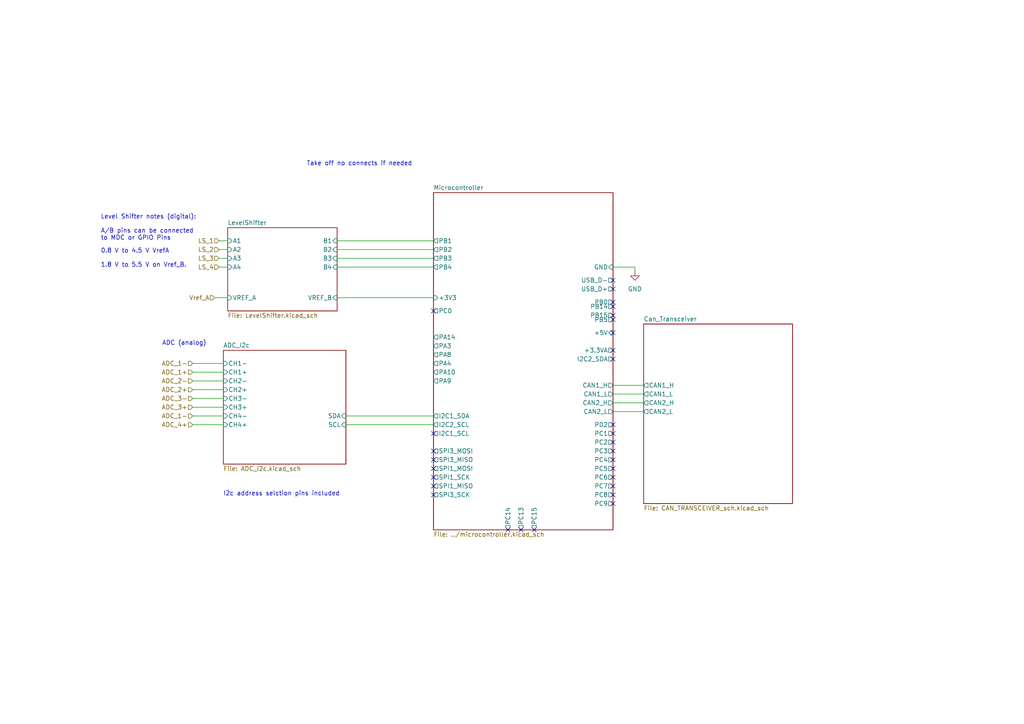
<source format=kicad_sch>
(kicad_sch (version 20211123) (generator eeschema)
  (paper "A4")
  (title_block (title "Telemtry Watchdog"))
  (lib_symbols
    (symbol "power:GND" (power) (pin_names (offset 0))
      (property "Value" "GND" (at 0 -3.81 0))
      (symbol "GND_0_1"
        (polyline (pts (xy 0 0) (xy 0 -1.27) (xy 1.27 -1.27) (xy 0 -2.54) (xy -1.27 -1.27) (xy 0 -1.27)))
      )
      (symbol "GND_1_1"
        (pin power_in line (at 0 0 270) (length 0) hide (name "GND") (number "1"))
      )
    )
  )
  (no_connect (at 177.8 135.89))
  (no_connect (at 177.8 138.43))
  (no_connect (at 177.8 140.97))
  (no_connect (at 177.8 143.51))
  (no_connect (at 177.8 146.05))
  (no_connect (at 177.8 123.19))
  (no_connect (at 177.8 125.73))
  (no_connect (at 177.8 128.27))
  (no_connect (at 177.8 130.81))
  (no_connect (at 177.8 133.35))
  (no_connect (at 177.8 83.82))
  (no_connect (at 177.8 87.63))
  (no_connect (at 177.8 81.28))
  (no_connect (at 177.8 88.9))
  (no_connect (at 177.8 91.44))
  (no_connect (at 177.8 92.71))
  (no_connect (at 177.8 96.52))
  (no_connect (at 177.8 101.6))
  (no_connect (at 177.8 104.14))
  (no_connect (at 147.32 153.67))
  (no_connect (at 151.13 153.67))
  (no_connect (at 154.94 153.67))
  (no_connect (at 125.73 125.73))
  (no_connect (at 125.73 130.81))
  (no_connect (at 125.73 138.43))
  (no_connect (at 125.73 135.89))
  (no_connect (at 125.73 133.35))
  (no_connect (at 125.73 140.97))
  (no_connect (at 125.73 143.51))
  (no_connect (at 125.73 90.17))
  (wire (pts (xy 63.5 72.39) (xy 66.04 72.39)))
  (wire (pts (xy 55.88 120.65) (xy 64.77 120.65)))
  (wire (pts (xy 55.88 115.57) (xy 64.77 115.57)))
  (wire (pts (xy 97.79 72.39) (xy 125.73 72.39)))
  (wire (pts (xy 177.8 116.84) (xy 186.69 116.84)))
  (wire (pts (xy 55.88 107.95) (xy 64.77 107.95)))
  (wire (pts (xy 177.8 111.76) (xy 186.69 111.76)))
  (wire (pts (xy 55.88 110.49) (xy 64.77 110.49)))
  (wire (pts (xy 184.15 77.47) (xy 177.8 77.47)))
  (wire (pts (xy 100.33 120.65) (xy 125.73 120.65)))
  (wire (pts (xy 177.8 119.38) (xy 186.69 119.38)))
  (wire (pts (xy 63.5 74.93) (xy 66.04 74.93)))
  (wire (pts (xy 177.8 114.3) (xy 186.69 114.3)))
  (wire (pts (xy 97.79 86.36) (xy 125.73 86.36)))
  (wire (pts (xy 55.88 118.11) (xy 64.77 118.11)))
  (wire (pts (xy 97.79 74.93) (xy 125.73 74.93)))
  (wire (pts (xy 63.5 77.47) (xy 66.04 77.47)))
  (wire (pts (xy 100.33 123.19) (xy 125.73 123.19)))
  (wire (pts (xy 55.88 105.41) (xy 64.77 105.41)))
  (wire (pts (xy 55.88 123.19) (xy 64.77 123.19)))
  (wire (pts (xy 184.15 78.74) (xy 184.15 77.47)))
  (wire (pts (xy 97.79 69.85) (xy 125.73 69.85)))
  (wire (pts (xy 55.88 113.03) (xy 64.77 113.03)))
  (wire (pts (xy 63.5 69.85) (xy 66.04 69.85)))
  (wire (pts (xy 62.23 86.36) (xy 66.04 86.36)))
  (wire (pts (xy 97.79 77.47) (xy 125.73 77.47)))
  (text "ADC (analog)" (at 46.99 100.33 0) (effects (font (size 1.27 1.27)) (justify left bottom)))
  (text "I2c address selction pins included\n\n" (at 64.77 146.05 0) (effects (font (size 1.27 1.27)) (justify left bottom)))
  (text "Take off no connects if needed\n" (at 88.9 48.26 0) (effects (font (size 1.27 1.27)) (justify left bottom)))
  (text "Level Shifter notes (digital):\n\nA/B pins can be connected\nto MDC or GPIO Pins" (at 29.21 69.85 0) (effects (font (size 1.27 1.27)) (justify left bottom)))
  (text "0.8 V to 4.5 V VrefA \n\n1.8 V to 5.5 V on Vref_B.\n\n\n\n" (at 29.21 83.82 0) (effects (font (size 1.27 1.27)) (justify left bottom)))
  (hierarchical_label "LS_1" (shape input) (at 63.5 69.85 180))
  (hierarchical_label "LS_4" (shape input) (at 63.5 77.47 180))
  (hierarchical_label "ADC_1+" (shape input) (at 55.88 107.95 180))
  (hierarchical_label "Vref_A" (shape input) (at 62.23 86.36 180))
  (hierarchical_label "ADC_3-" (shape input) (at 55.88 115.57 180))
  (hierarchical_label "ADC_2+" (shape input) (at 55.88 113.03 180))
  (hierarchical_label "LS_2" (shape input) (at 63.5 72.39 180))
  (hierarchical_label "ADC_1-" (shape input) (at 55.88 120.65 180))
  (hierarchical_label "ADC_4+" (shape input) (at 55.88 123.19 180))
  (hierarchical_label "ADC_3+" (shape input) (at 55.88 118.11 180))
  (hierarchical_label "ADC_2-" (shape input) (at 55.88 110.49 180))
  (hierarchical_label "ADC_1-" (shape input) (at 55.88 105.41 180))
  (hierarchical_label "LS_3" (shape input) (at 63.5 74.93 180))
  (symbol (lib_id "power:GND") (at 184.15 78.74 0) (unit 1)
    (property "Reference" "#PWR0110" (effects hide))
    (property "Value" "GND" (at 184.15 83.82 0))
  )
  (sheet (at 125.73 55.88) (size 52.07 97.79) (stroke (width 0.1524))
    (property "Sheet name" "Microcontroller" (at 125.73 55.1684 0) (effects (justify left bottom)))
    (property "Sheet file" "../microcontroller.kicad_sch" (at 125.73 154.2546 0) (effects (justify left top)))
    (pin "PC0" output (at 125.73 90.17 180))
    (pin "PC5" output (at 177.8 135.89 0))
    (pin "PA14" output (at 125.73 97.79 180))
    (pin "PA3" output (at 125.73 100.33 180))
    (pin "PA8" output (at 125.73 102.87 180))
    (pin "PA4" output (at 125.73 105.41 180))
    (pin "PA10" output (at 125.73 107.95 180))
    (pin "PA9" output (at 125.73 110.49 180))
    (pin "USB_D-" output (at 177.8 81.28 0))
    (pin "USB_D+" output (at 177.8 83.82 0))
    (pin "SPI1_MOSI" output (at 125.73 135.89 180))
    (pin "SPI1_SCK" output (at 125.73 138.43 180))
    (pin "SPI1_MISO" output (at 125.73 140.97 180))
    (pin "GND" input (at 177.8 77.47 0))
    (pin "CAN1_H" output (at 177.8 111.76 0))
    (pin "CAN1_L" output (at 177.8 114.3 0))
    (pin "CAN2_L" output (at 177.8 119.38 0))
    (pin "CAN2_H" output (at 177.8 116.84 0))
    (pin "+3.3VA" output (at 177.8 101.6 0))
    (pin "I2C2_SDA" output (at 177.8 104.14 0))
    (pin "+3V3" input (at 125.73 86.36 180))
    (pin "+5V" input (at 177.8 96.52 0))
    (pin "I2C1_SDA" output (at 125.73 120.65 180))
    (pin "I2C2_SCL" output (at 125.73 123.19 180))
    (pin "I2C1_SCL" output (at 125.73 125.73 180))
    (pin "PB15" output (at 177.8 91.44 0))
    (pin "PB14" output (at 177.8 88.9 0))
    (pin "PC6" output (at 177.8 138.43 0))
    (pin "PC2" output (at 177.8 128.27 0))
    (pin "PD2" output (at 177.8 123.19 0))
    (pin "PC3" output (at 177.8 130.81 0))
    (pin "PC4" output (at 177.8 133.35 0))
    (pin "PC1" output (at 177.8 125.73 0))
    (pin "PC7" output (at 177.8 140.97 0))
    (pin "SPI3_SCK" output (at 125.73 143.51 180))
    (pin "PC9" output (at 177.8 146.05 0))
    (pin "PC8" output (at 177.8 143.51 0))
    (pin "SPI3_MISO" output (at 125.73 133.35 180))
    (pin "PC15" output (at 154.94 153.67 270))
    (pin "PC13" output (at 151.13 153.67 270))
    (pin "PC14" output (at 147.32 153.67 270))
    (pin "SPI3_MOSI" output (at 125.73 130.81 180))
    (pin "PB5" output (at 177.8 92.71 0))
    (pin "PB0" output (at 177.8 87.63 0))
    (pin "PB2" output (at 125.73 72.39 180))
    (pin "PB4" output (at 125.73 77.47 180))
    (pin "PB1" output (at 125.73 69.85 180))
    (pin "PB3" output (at 125.73 74.93 180))
  )
  (sheet (at 66.04 66.04) (size 31.75 24.13) (stroke (width 0.1524))
    (property "Sheet name" "LevelShifter" (at 66.04 65.3284 0) (effects (justify left bottom)))
    (property "Sheet file" "LevelShifter.kicad_sch" (at 66.04 90.7546 0) (effects (justify left top)))
    (pin "A1" input (at 66.04 69.85 180))
    (pin "A2" input (at 66.04 72.39 180))
    (pin "B1" input (at 97.79 69.85 0))
    (pin "B2" input (at 97.79 72.39 0))
    (pin "A3" input (at 66.04 74.93 180))
    (pin "A4" input (at 66.04 77.47 180))
    (pin "B3" input (at 97.79 74.93 0))
    (pin "B4" input (at 97.79 77.47 0))
    (pin "VREF_A" input (at 66.04 86.36 180))
    (pin "VREF_B" input (at 97.79 86.36 0))
  )
  (sheet (at 186.69 93.98) (size 43.18 52.07) (stroke (width 0.1524))
    (property "Sheet name" "Can_Transceiver" (at 186.69 93.2684 0) (effects (justify left bottom)))
    (property "Sheet file" "CAN_TRANSCEIVER_sch.kicad_sch" (at 186.69 146.6346 0) (effects (justify left top)))
    (pin "CAN1_H" output (at 186.69 111.76 180))
    (pin "CAN1_L" output (at 186.69 114.3 180))
    (pin "CAN2_H" output (at 186.69 116.84 180))
    (pin "CAN2_L" output (at 186.69 119.38 180))
  )
  (sheet (at 64.77 101.6) (size 35.56 33.02) (stroke (width 0.1524))
    (property "Sheet name" "ADC_I2c" (at 64.77 100.8884 0) (effects (justify left bottom)))
    (property "Sheet file" "ADC_I2c.kicad_sch" (at 64.77 135.2046 0) (effects (justify left top)))
    (pin "SDA" input (at 100.33 120.65 0))
    (pin "SCL" input (at 100.33 123.19 0))
    (pin "CH1-" input (at 64.77 105.41 180))
    (pin "CH1+" input (at 64.77 107.95 180))
    (pin "CH2+" input (at 64.77 113.03 180))
    (pin "CH4-" input (at 64.77 120.65 180))
    (pin "CH2-" input (at 64.77 110.49 180))
    (pin "CH3+" input (at 64.77 118.11 180))
    (pin "CH3-" input (at 64.77 115.57 180))
    (pin "CH4+" input (at 64.77 123.19 180))
  )
)
</source>
